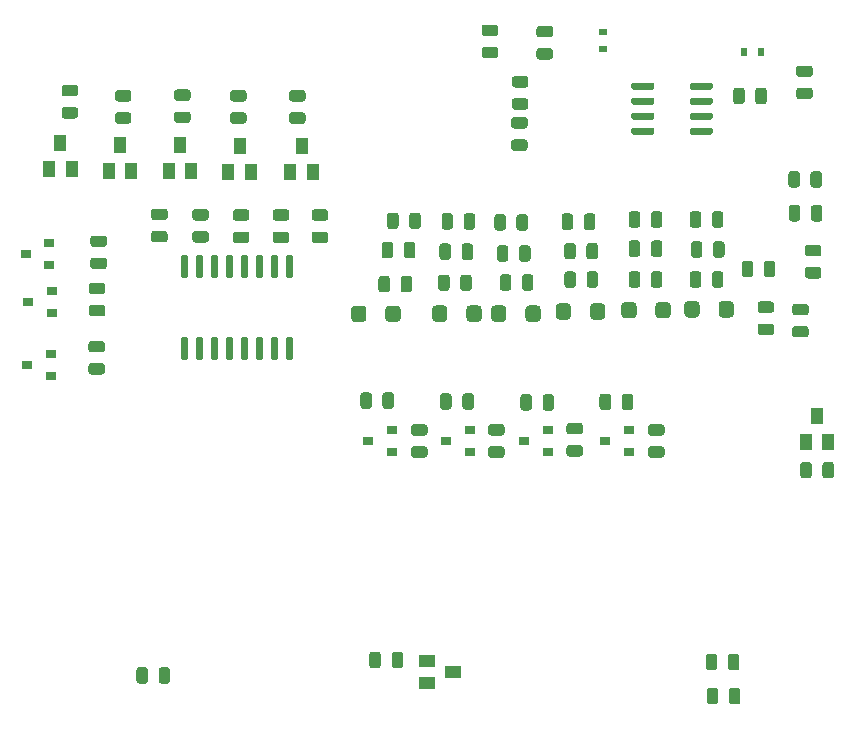
<source format=gbr>
G04 #@! TF.GenerationSoftware,KiCad,Pcbnew,(5.1.6-0-10_14)*
G04 #@! TF.CreationDate,2020-09-03T15:34:08-04:00*
G04 #@! TF.ProjectId,Pufferfish-Interface-2,50756666-6572-4666-9973-682d496e7465,rev?*
G04 #@! TF.SameCoordinates,Original*
G04 #@! TF.FileFunction,Paste,Top*
G04 #@! TF.FilePolarity,Positive*
%FSLAX46Y46*%
G04 Gerber Fmt 4.6, Leading zero omitted, Abs format (unit mm)*
G04 Created by KiCad (PCBNEW (5.1.6-0-10_14)) date 2020-09-03 15:34:08*
%MOMM*%
%LPD*%
G01*
G04 APERTURE LIST*
%ADD10R,1.000000X1.400000*%
%ADD11R,0.600000X0.700000*%
%ADD12R,0.700000X0.600000*%
%ADD13R,1.400000X1.000000*%
%ADD14R,0.900000X0.800000*%
G04 APERTURE END LIST*
G36*
G01*
X70925000Y-35793750D02*
X70925000Y-36706250D01*
G75*
G02*
X70681250Y-36950000I-243750J0D01*
G01*
X70193750Y-36950000D01*
G75*
G02*
X69950000Y-36706250I0J243750D01*
G01*
X69950000Y-35793750D01*
G75*
G02*
X70193750Y-35550000I243750J0D01*
G01*
X70681250Y-35550000D01*
G75*
G02*
X70925000Y-35793750I0J-243750D01*
G01*
G37*
G36*
G01*
X69050000Y-35793750D02*
X69050000Y-36706250D01*
G75*
G02*
X68806250Y-36950000I-243750J0D01*
G01*
X68318750Y-36950000D01*
G75*
G02*
X68075000Y-36706250I0J243750D01*
G01*
X68075000Y-35793750D01*
G75*
G02*
X68318750Y-35550000I243750J0D01*
G01*
X68806250Y-35550000D01*
G75*
G02*
X69050000Y-35793750I0J-243750D01*
G01*
G37*
D10*
X69500000Y-31650000D03*
X70450000Y-33850000D03*
X68550000Y-33850000D03*
G36*
G01*
X36900000Y-23375000D02*
X36900000Y-22625000D01*
G75*
G02*
X37225000Y-22300000I325000J0D01*
G01*
X37875000Y-22300000D01*
G75*
G02*
X38200000Y-22625000I0J-325000D01*
G01*
X38200000Y-23375000D01*
G75*
G02*
X37875000Y-23700000I-325000J0D01*
G01*
X37225000Y-23700000D01*
G75*
G02*
X36900000Y-23375000I0J325000D01*
G01*
G37*
G36*
G01*
X39800000Y-23375000D02*
X39800000Y-22625000D01*
G75*
G02*
X40125000Y-22300000I325000J0D01*
G01*
X40775000Y-22300000D01*
G75*
G02*
X41100000Y-22625000I0J-325000D01*
G01*
X41100000Y-23375000D01*
G75*
G02*
X40775000Y-23700000I-325000J0D01*
G01*
X40125000Y-23700000D01*
G75*
G02*
X39800000Y-23375000I0J325000D01*
G01*
G37*
G36*
G01*
X39280000Y-20846250D02*
X39280000Y-19933750D01*
G75*
G02*
X39523750Y-19690000I243750J0D01*
G01*
X40011250Y-19690000D01*
G75*
G02*
X40255000Y-19933750I0J-243750D01*
G01*
X40255000Y-20846250D01*
G75*
G02*
X40011250Y-21090000I-243750J0D01*
G01*
X39523750Y-21090000D01*
G75*
G02*
X39280000Y-20846250I0J243750D01*
G01*
G37*
G36*
G01*
X37405000Y-20846250D02*
X37405000Y-19933750D01*
G75*
G02*
X37648750Y-19690000I243750J0D01*
G01*
X38136250Y-19690000D01*
G75*
G02*
X38380000Y-19933750I0J-243750D01*
G01*
X38380000Y-20846250D01*
G75*
G02*
X38136250Y-21090000I-243750J0D01*
G01*
X37648750Y-21090000D01*
G75*
G02*
X37405000Y-20846250I0J243750D01*
G01*
G37*
G36*
G01*
X38500000Y-17303750D02*
X38500000Y-18216250D01*
G75*
G02*
X38256250Y-18460000I-243750J0D01*
G01*
X37768750Y-18460000D01*
G75*
G02*
X37525000Y-18216250I0J243750D01*
G01*
X37525000Y-17303750D01*
G75*
G02*
X37768750Y-17060000I243750J0D01*
G01*
X38256250Y-17060000D01*
G75*
G02*
X38500000Y-17303750I0J-243750D01*
G01*
G37*
G36*
G01*
X40375000Y-17303750D02*
X40375000Y-18216250D01*
G75*
G02*
X40131250Y-18460000I-243750J0D01*
G01*
X39643750Y-18460000D01*
G75*
G02*
X39400000Y-18216250I0J243750D01*
G01*
X39400000Y-17303750D01*
G75*
G02*
X39643750Y-17060000I243750J0D01*
G01*
X40131250Y-17060000D01*
G75*
G02*
X40375000Y-17303750I0J-243750D01*
G01*
G37*
G36*
G01*
X39578700Y-15640370D02*
X39578700Y-14727870D01*
G75*
G02*
X39822450Y-14484120I243750J0D01*
G01*
X40309950Y-14484120D01*
G75*
G02*
X40553700Y-14727870I0J-243750D01*
G01*
X40553700Y-15640370D01*
G75*
G02*
X40309950Y-15884120I-243750J0D01*
G01*
X39822450Y-15884120D01*
G75*
G02*
X39578700Y-15640370I0J243750D01*
G01*
G37*
G36*
G01*
X37703700Y-15640370D02*
X37703700Y-14727870D01*
G75*
G02*
X37947450Y-14484120I243750J0D01*
G01*
X38434950Y-14484120D01*
G75*
G02*
X38678700Y-14727870I0J-243750D01*
G01*
X38678700Y-15640370D01*
G75*
G02*
X38434950Y-15884120I-243750J0D01*
G01*
X37947450Y-15884120D01*
G75*
G02*
X37703700Y-15640370I0J243750D01*
G01*
G37*
G36*
G01*
X16085960Y-20021780D02*
X15785960Y-20021780D01*
G75*
G02*
X15635960Y-19871780I0J150000D01*
G01*
X15635960Y-18196780D01*
G75*
G02*
X15785960Y-18046780I150000J0D01*
G01*
X16085960Y-18046780D01*
G75*
G02*
X16235960Y-18196780I0J-150000D01*
G01*
X16235960Y-19871780D01*
G75*
G02*
X16085960Y-20021780I-150000J0D01*
G01*
G37*
G36*
G01*
X17355960Y-20021780D02*
X17055960Y-20021780D01*
G75*
G02*
X16905960Y-19871780I0J150000D01*
G01*
X16905960Y-18196780D01*
G75*
G02*
X17055960Y-18046780I150000J0D01*
G01*
X17355960Y-18046780D01*
G75*
G02*
X17505960Y-18196780I0J-150000D01*
G01*
X17505960Y-19871780D01*
G75*
G02*
X17355960Y-20021780I-150000J0D01*
G01*
G37*
G36*
G01*
X18625960Y-20021780D02*
X18325960Y-20021780D01*
G75*
G02*
X18175960Y-19871780I0J150000D01*
G01*
X18175960Y-18196780D01*
G75*
G02*
X18325960Y-18046780I150000J0D01*
G01*
X18625960Y-18046780D01*
G75*
G02*
X18775960Y-18196780I0J-150000D01*
G01*
X18775960Y-19871780D01*
G75*
G02*
X18625960Y-20021780I-150000J0D01*
G01*
G37*
G36*
G01*
X19895960Y-20021780D02*
X19595960Y-20021780D01*
G75*
G02*
X19445960Y-19871780I0J150000D01*
G01*
X19445960Y-18196780D01*
G75*
G02*
X19595960Y-18046780I150000J0D01*
G01*
X19895960Y-18046780D01*
G75*
G02*
X20045960Y-18196780I0J-150000D01*
G01*
X20045960Y-19871780D01*
G75*
G02*
X19895960Y-20021780I-150000J0D01*
G01*
G37*
G36*
G01*
X21165960Y-20021780D02*
X20865960Y-20021780D01*
G75*
G02*
X20715960Y-19871780I0J150000D01*
G01*
X20715960Y-18196780D01*
G75*
G02*
X20865960Y-18046780I150000J0D01*
G01*
X21165960Y-18046780D01*
G75*
G02*
X21315960Y-18196780I0J-150000D01*
G01*
X21315960Y-19871780D01*
G75*
G02*
X21165960Y-20021780I-150000J0D01*
G01*
G37*
G36*
G01*
X22435960Y-20021780D02*
X22135960Y-20021780D01*
G75*
G02*
X21985960Y-19871780I0J150000D01*
G01*
X21985960Y-18196780D01*
G75*
G02*
X22135960Y-18046780I150000J0D01*
G01*
X22435960Y-18046780D01*
G75*
G02*
X22585960Y-18196780I0J-150000D01*
G01*
X22585960Y-19871780D01*
G75*
G02*
X22435960Y-20021780I-150000J0D01*
G01*
G37*
G36*
G01*
X23705960Y-20021780D02*
X23405960Y-20021780D01*
G75*
G02*
X23255960Y-19871780I0J150000D01*
G01*
X23255960Y-18196780D01*
G75*
G02*
X23405960Y-18046780I150000J0D01*
G01*
X23705960Y-18046780D01*
G75*
G02*
X23855960Y-18196780I0J-150000D01*
G01*
X23855960Y-19871780D01*
G75*
G02*
X23705960Y-20021780I-150000J0D01*
G01*
G37*
G36*
G01*
X24975960Y-20021780D02*
X24675960Y-20021780D01*
G75*
G02*
X24525960Y-19871780I0J150000D01*
G01*
X24525960Y-18196780D01*
G75*
G02*
X24675960Y-18046780I150000J0D01*
G01*
X24975960Y-18046780D01*
G75*
G02*
X25125960Y-18196780I0J-150000D01*
G01*
X25125960Y-19871780D01*
G75*
G02*
X24975960Y-20021780I-150000J0D01*
G01*
G37*
G36*
G01*
X24975960Y-26946780D02*
X24675960Y-26946780D01*
G75*
G02*
X24525960Y-26796780I0J150000D01*
G01*
X24525960Y-25121780D01*
G75*
G02*
X24675960Y-24971780I150000J0D01*
G01*
X24975960Y-24971780D01*
G75*
G02*
X25125960Y-25121780I0J-150000D01*
G01*
X25125960Y-26796780D01*
G75*
G02*
X24975960Y-26946780I-150000J0D01*
G01*
G37*
G36*
G01*
X23705960Y-26946780D02*
X23405960Y-26946780D01*
G75*
G02*
X23255960Y-26796780I0J150000D01*
G01*
X23255960Y-25121780D01*
G75*
G02*
X23405960Y-24971780I150000J0D01*
G01*
X23705960Y-24971780D01*
G75*
G02*
X23855960Y-25121780I0J-150000D01*
G01*
X23855960Y-26796780D01*
G75*
G02*
X23705960Y-26946780I-150000J0D01*
G01*
G37*
G36*
G01*
X22435960Y-26946780D02*
X22135960Y-26946780D01*
G75*
G02*
X21985960Y-26796780I0J150000D01*
G01*
X21985960Y-25121780D01*
G75*
G02*
X22135960Y-24971780I150000J0D01*
G01*
X22435960Y-24971780D01*
G75*
G02*
X22585960Y-25121780I0J-150000D01*
G01*
X22585960Y-26796780D01*
G75*
G02*
X22435960Y-26946780I-150000J0D01*
G01*
G37*
G36*
G01*
X21165960Y-26946780D02*
X20865960Y-26946780D01*
G75*
G02*
X20715960Y-26796780I0J150000D01*
G01*
X20715960Y-25121780D01*
G75*
G02*
X20865960Y-24971780I150000J0D01*
G01*
X21165960Y-24971780D01*
G75*
G02*
X21315960Y-25121780I0J-150000D01*
G01*
X21315960Y-26796780D01*
G75*
G02*
X21165960Y-26946780I-150000J0D01*
G01*
G37*
G36*
G01*
X19895960Y-26946780D02*
X19595960Y-26946780D01*
G75*
G02*
X19445960Y-26796780I0J150000D01*
G01*
X19445960Y-25121780D01*
G75*
G02*
X19595960Y-24971780I150000J0D01*
G01*
X19895960Y-24971780D01*
G75*
G02*
X20045960Y-25121780I0J-150000D01*
G01*
X20045960Y-26796780D01*
G75*
G02*
X19895960Y-26946780I-150000J0D01*
G01*
G37*
G36*
G01*
X18625960Y-26946780D02*
X18325960Y-26946780D01*
G75*
G02*
X18175960Y-26796780I0J150000D01*
G01*
X18175960Y-25121780D01*
G75*
G02*
X18325960Y-24971780I150000J0D01*
G01*
X18625960Y-24971780D01*
G75*
G02*
X18775960Y-25121780I0J-150000D01*
G01*
X18775960Y-26796780D01*
G75*
G02*
X18625960Y-26946780I-150000J0D01*
G01*
G37*
G36*
G01*
X17355960Y-26946780D02*
X17055960Y-26946780D01*
G75*
G02*
X16905960Y-26796780I0J150000D01*
G01*
X16905960Y-25121780D01*
G75*
G02*
X17055960Y-24971780I150000J0D01*
G01*
X17355960Y-24971780D01*
G75*
G02*
X17505960Y-25121780I0J-150000D01*
G01*
X17505960Y-26796780D01*
G75*
G02*
X17355960Y-26946780I-150000J0D01*
G01*
G37*
G36*
G01*
X16085960Y-26946780D02*
X15785960Y-26946780D01*
G75*
G02*
X15635960Y-26796780I0J150000D01*
G01*
X15635960Y-25121780D01*
G75*
G02*
X15785960Y-24971780I150000J0D01*
G01*
X16085960Y-24971780D01*
G75*
G02*
X16235960Y-25121780I0J-150000D01*
G01*
X16235960Y-26796780D01*
G75*
G02*
X16085960Y-26946780I-150000J0D01*
G01*
G37*
G36*
G01*
X33610000Y-17173750D02*
X33610000Y-18086250D01*
G75*
G02*
X33366250Y-18330000I-243750J0D01*
G01*
X32878750Y-18330000D01*
G75*
G02*
X32635000Y-18086250I0J243750D01*
G01*
X32635000Y-17173750D01*
G75*
G02*
X32878750Y-16930000I243750J0D01*
G01*
X33366250Y-16930000D01*
G75*
G02*
X33610000Y-17173750I0J-243750D01*
G01*
G37*
G36*
G01*
X35485000Y-17173750D02*
X35485000Y-18086250D01*
G75*
G02*
X35241250Y-18330000I-243750J0D01*
G01*
X34753750Y-18330000D01*
G75*
G02*
X34510000Y-18086250I0J243750D01*
G01*
X34510000Y-17173750D01*
G75*
G02*
X34753750Y-16930000I243750J0D01*
G01*
X35241250Y-16930000D01*
G75*
G02*
X35485000Y-17173750I0J-243750D01*
G01*
G37*
G36*
G01*
X34957500Y-15596250D02*
X34957500Y-14683750D01*
G75*
G02*
X35201250Y-14440000I243750J0D01*
G01*
X35688750Y-14440000D01*
G75*
G02*
X35932500Y-14683750I0J-243750D01*
G01*
X35932500Y-15596250D01*
G75*
G02*
X35688750Y-15840000I-243750J0D01*
G01*
X35201250Y-15840000D01*
G75*
G02*
X34957500Y-15596250I0J243750D01*
G01*
G37*
G36*
G01*
X33082500Y-15596250D02*
X33082500Y-14683750D01*
G75*
G02*
X33326250Y-14440000I243750J0D01*
G01*
X33813750Y-14440000D01*
G75*
G02*
X34057500Y-14683750I0J-243750D01*
G01*
X34057500Y-15596250D01*
G75*
G02*
X33813750Y-15840000I-243750J0D01*
G01*
X33326250Y-15840000D01*
G75*
G02*
X33082500Y-15596250I0J243750D01*
G01*
G37*
G36*
G01*
X67623750Y-24040000D02*
X68536250Y-24040000D01*
G75*
G02*
X68780000Y-24283750I0J-243750D01*
G01*
X68780000Y-24771250D01*
G75*
G02*
X68536250Y-25015000I-243750J0D01*
G01*
X67623750Y-25015000D01*
G75*
G02*
X67380000Y-24771250I0J243750D01*
G01*
X67380000Y-24283750D01*
G75*
G02*
X67623750Y-24040000I243750J0D01*
G01*
G37*
G36*
G01*
X67623750Y-22165000D02*
X68536250Y-22165000D01*
G75*
G02*
X68780000Y-22408750I0J-243750D01*
G01*
X68780000Y-22896250D01*
G75*
G02*
X68536250Y-23140000I-243750J0D01*
G01*
X67623750Y-23140000D01*
G75*
G02*
X67380000Y-22896250I0J243750D01*
G01*
X67380000Y-22408750D01*
G75*
G02*
X67623750Y-22165000I243750J0D01*
G01*
G37*
G36*
G01*
X5774370Y-5504360D02*
X6686870Y-5504360D01*
G75*
G02*
X6930620Y-5748110I0J-243750D01*
G01*
X6930620Y-6235610D01*
G75*
G02*
X6686870Y-6479360I-243750J0D01*
G01*
X5774370Y-6479360D01*
G75*
G02*
X5530620Y-6235610I0J243750D01*
G01*
X5530620Y-5748110D01*
G75*
G02*
X5774370Y-5504360I243750J0D01*
G01*
G37*
G36*
G01*
X5774370Y-3629360D02*
X6686870Y-3629360D01*
G75*
G02*
X6930620Y-3873110I0J-243750D01*
G01*
X6930620Y-4360610D01*
G75*
G02*
X6686870Y-4604360I-243750J0D01*
G01*
X5774370Y-4604360D01*
G75*
G02*
X5530620Y-4360610I0J243750D01*
G01*
X5530620Y-3873110D01*
G75*
G02*
X5774370Y-3629360I243750J0D01*
G01*
G37*
G36*
G01*
X30040000Y-23395000D02*
X30040000Y-22645000D01*
G75*
G02*
X30365000Y-22320000I325000J0D01*
G01*
X31015000Y-22320000D01*
G75*
G02*
X31340000Y-22645000I0J-325000D01*
G01*
X31340000Y-23395000D01*
G75*
G02*
X31015000Y-23720000I-325000J0D01*
G01*
X30365000Y-23720000D01*
G75*
G02*
X30040000Y-23395000I0J325000D01*
G01*
G37*
G36*
G01*
X32940000Y-23395000D02*
X32940000Y-22645000D01*
G75*
G02*
X33265000Y-22320000I325000J0D01*
G01*
X33915000Y-22320000D01*
G75*
G02*
X34240000Y-22645000I0J-325000D01*
G01*
X34240000Y-23395000D01*
G75*
G02*
X33915000Y-23720000I-325000J0D01*
G01*
X33265000Y-23720000D01*
G75*
G02*
X32940000Y-23395000I0J325000D01*
G01*
G37*
G36*
G01*
X34235480Y-20957750D02*
X34235480Y-20045250D01*
G75*
G02*
X34479230Y-19801500I243750J0D01*
G01*
X34966730Y-19801500D01*
G75*
G02*
X35210480Y-20045250I0J-243750D01*
G01*
X35210480Y-20957750D01*
G75*
G02*
X34966730Y-21201500I-243750J0D01*
G01*
X34479230Y-21201500D01*
G75*
G02*
X34235480Y-20957750I0J243750D01*
G01*
G37*
G36*
G01*
X32360480Y-20957750D02*
X32360480Y-20045250D01*
G75*
G02*
X32604230Y-19801500I243750J0D01*
G01*
X33091730Y-19801500D01*
G75*
G02*
X33335480Y-20045250I0J-243750D01*
G01*
X33335480Y-20957750D01*
G75*
G02*
X33091730Y-21201500I-243750J0D01*
G01*
X32604230Y-21201500D01*
G75*
G02*
X32360480Y-20957750I0J243750D01*
G01*
G37*
G36*
G01*
X58720000Y-3885000D02*
X58720000Y-3585000D01*
G75*
G02*
X58870000Y-3435000I150000J0D01*
G01*
X60520000Y-3435000D01*
G75*
G02*
X60670000Y-3585000I0J-150000D01*
G01*
X60670000Y-3885000D01*
G75*
G02*
X60520000Y-4035000I-150000J0D01*
G01*
X58870000Y-4035000D01*
G75*
G02*
X58720000Y-3885000I0J150000D01*
G01*
G37*
G36*
G01*
X58720000Y-5155000D02*
X58720000Y-4855000D01*
G75*
G02*
X58870000Y-4705000I150000J0D01*
G01*
X60520000Y-4705000D01*
G75*
G02*
X60670000Y-4855000I0J-150000D01*
G01*
X60670000Y-5155000D01*
G75*
G02*
X60520000Y-5305000I-150000J0D01*
G01*
X58870000Y-5305000D01*
G75*
G02*
X58720000Y-5155000I0J150000D01*
G01*
G37*
G36*
G01*
X58720000Y-6425000D02*
X58720000Y-6125000D01*
G75*
G02*
X58870000Y-5975000I150000J0D01*
G01*
X60520000Y-5975000D01*
G75*
G02*
X60670000Y-6125000I0J-150000D01*
G01*
X60670000Y-6425000D01*
G75*
G02*
X60520000Y-6575000I-150000J0D01*
G01*
X58870000Y-6575000D01*
G75*
G02*
X58720000Y-6425000I0J150000D01*
G01*
G37*
G36*
G01*
X58720000Y-7695000D02*
X58720000Y-7395000D01*
G75*
G02*
X58870000Y-7245000I150000J0D01*
G01*
X60520000Y-7245000D01*
G75*
G02*
X60670000Y-7395000I0J-150000D01*
G01*
X60670000Y-7695000D01*
G75*
G02*
X60520000Y-7845000I-150000J0D01*
G01*
X58870000Y-7845000D01*
G75*
G02*
X58720000Y-7695000I0J150000D01*
G01*
G37*
G36*
G01*
X53770000Y-7695000D02*
X53770000Y-7395000D01*
G75*
G02*
X53920000Y-7245000I150000J0D01*
G01*
X55570000Y-7245000D01*
G75*
G02*
X55720000Y-7395000I0J-150000D01*
G01*
X55720000Y-7695000D01*
G75*
G02*
X55570000Y-7845000I-150000J0D01*
G01*
X53920000Y-7845000D01*
G75*
G02*
X53770000Y-7695000I0J150000D01*
G01*
G37*
G36*
G01*
X53770000Y-6425000D02*
X53770000Y-6125000D01*
G75*
G02*
X53920000Y-5975000I150000J0D01*
G01*
X55570000Y-5975000D01*
G75*
G02*
X55720000Y-6125000I0J-150000D01*
G01*
X55720000Y-6425000D01*
G75*
G02*
X55570000Y-6575000I-150000J0D01*
G01*
X53920000Y-6575000D01*
G75*
G02*
X53770000Y-6425000I0J150000D01*
G01*
G37*
G36*
G01*
X53770000Y-5155000D02*
X53770000Y-4855000D01*
G75*
G02*
X53920000Y-4705000I150000J0D01*
G01*
X55570000Y-4705000D01*
G75*
G02*
X55720000Y-4855000I0J-150000D01*
G01*
X55720000Y-5155000D01*
G75*
G02*
X55570000Y-5305000I-150000J0D01*
G01*
X53920000Y-5305000D01*
G75*
G02*
X53770000Y-5155000I0J150000D01*
G01*
G37*
G36*
G01*
X53770000Y-3885000D02*
X53770000Y-3585000D01*
G75*
G02*
X53920000Y-3435000I150000J0D01*
G01*
X55570000Y-3435000D01*
G75*
G02*
X55720000Y-3585000I0J-150000D01*
G01*
X55720000Y-3885000D01*
G75*
G02*
X55570000Y-4035000I-150000J0D01*
G01*
X53920000Y-4035000D01*
G75*
G02*
X53770000Y-3885000I0J150000D01*
G01*
G37*
G36*
G01*
X13742500Y-54086250D02*
X13742500Y-53173750D01*
G75*
G02*
X13986250Y-52930000I243750J0D01*
G01*
X14473750Y-52930000D01*
G75*
G02*
X14717500Y-53173750I0J-243750D01*
G01*
X14717500Y-54086250D01*
G75*
G02*
X14473750Y-54330000I-243750J0D01*
G01*
X13986250Y-54330000D01*
G75*
G02*
X13742500Y-54086250I0J243750D01*
G01*
G37*
G36*
G01*
X11867500Y-54086250D02*
X11867500Y-53173750D01*
G75*
G02*
X12111250Y-52930000I243750J0D01*
G01*
X12598750Y-52930000D01*
G75*
G02*
X12842500Y-53173750I0J-243750D01*
G01*
X12842500Y-54086250D01*
G75*
G02*
X12598750Y-54330000I-243750J0D01*
G01*
X12111250Y-54330000D01*
G75*
G02*
X11867500Y-54086250I0J243750D01*
G01*
G37*
G36*
G01*
X8215310Y-18260720D02*
X9127810Y-18260720D01*
G75*
G02*
X9371560Y-18504470I0J-243750D01*
G01*
X9371560Y-18991970D01*
G75*
G02*
X9127810Y-19235720I-243750J0D01*
G01*
X8215310Y-19235720D01*
G75*
G02*
X7971560Y-18991970I0J243750D01*
G01*
X7971560Y-18504470D01*
G75*
G02*
X8215310Y-18260720I243750J0D01*
G01*
G37*
G36*
G01*
X8215310Y-16385720D02*
X9127810Y-16385720D01*
G75*
G02*
X9371560Y-16629470I0J-243750D01*
G01*
X9371560Y-17116970D01*
G75*
G02*
X9127810Y-17360720I-243750J0D01*
G01*
X8215310Y-17360720D01*
G75*
G02*
X7971560Y-17116970I0J243750D01*
G01*
X7971560Y-16629470D01*
G75*
G02*
X8215310Y-16385720I243750J0D01*
G01*
G37*
G36*
G01*
X16838610Y-16020200D02*
X17751110Y-16020200D01*
G75*
G02*
X17994860Y-16263950I0J-243750D01*
G01*
X17994860Y-16751450D01*
G75*
G02*
X17751110Y-16995200I-243750J0D01*
G01*
X16838610Y-16995200D01*
G75*
G02*
X16594860Y-16751450I0J243750D01*
G01*
X16594860Y-16263950D01*
G75*
G02*
X16838610Y-16020200I243750J0D01*
G01*
G37*
G36*
G01*
X16838610Y-14145200D02*
X17751110Y-14145200D01*
G75*
G02*
X17994860Y-14388950I0J-243750D01*
G01*
X17994860Y-14876450D01*
G75*
G02*
X17751110Y-15120200I-243750J0D01*
G01*
X16838610Y-15120200D01*
G75*
G02*
X16594860Y-14876450I0J243750D01*
G01*
X16594860Y-14388950D01*
G75*
G02*
X16838610Y-14145200I243750J0D01*
G01*
G37*
G36*
G01*
X8083230Y-22258440D02*
X8995730Y-22258440D01*
G75*
G02*
X9239480Y-22502190I0J-243750D01*
G01*
X9239480Y-22989690D01*
G75*
G02*
X8995730Y-23233440I-243750J0D01*
G01*
X8083230Y-23233440D01*
G75*
G02*
X7839480Y-22989690I0J243750D01*
G01*
X7839480Y-22502190D01*
G75*
G02*
X8083230Y-22258440I243750J0D01*
G01*
G37*
G36*
G01*
X8083230Y-20383440D02*
X8995730Y-20383440D01*
G75*
G02*
X9239480Y-20627190I0J-243750D01*
G01*
X9239480Y-21114690D01*
G75*
G02*
X8995730Y-21358440I-243750J0D01*
G01*
X8083230Y-21358440D01*
G75*
G02*
X7839480Y-21114690I0J243750D01*
G01*
X7839480Y-20627190D01*
G75*
G02*
X8083230Y-20383440I243750J0D01*
G01*
G37*
G36*
G01*
X23648350Y-16045600D02*
X24560850Y-16045600D01*
G75*
G02*
X24804600Y-16289350I0J-243750D01*
G01*
X24804600Y-16776850D01*
G75*
G02*
X24560850Y-17020600I-243750J0D01*
G01*
X23648350Y-17020600D01*
G75*
G02*
X23404600Y-16776850I0J243750D01*
G01*
X23404600Y-16289350D01*
G75*
G02*
X23648350Y-16045600I243750J0D01*
G01*
G37*
G36*
G01*
X23648350Y-14170600D02*
X24560850Y-14170600D01*
G75*
G02*
X24804600Y-14414350I0J-243750D01*
G01*
X24804600Y-14901850D01*
G75*
G02*
X24560850Y-15145600I-243750J0D01*
G01*
X23648350Y-15145600D01*
G75*
G02*
X23404600Y-14901850I0J243750D01*
G01*
X23404600Y-14414350D01*
G75*
G02*
X23648350Y-14170600I243750J0D01*
G01*
G37*
G36*
G01*
X62027500Y-55836250D02*
X62027500Y-54923750D01*
G75*
G02*
X62271250Y-54680000I243750J0D01*
G01*
X62758750Y-54680000D01*
G75*
G02*
X63002500Y-54923750I0J-243750D01*
G01*
X63002500Y-55836250D01*
G75*
G02*
X62758750Y-56080000I-243750J0D01*
G01*
X62271250Y-56080000D01*
G75*
G02*
X62027500Y-55836250I0J243750D01*
G01*
G37*
G36*
G01*
X60152500Y-55836250D02*
X60152500Y-54923750D01*
G75*
G02*
X60396250Y-54680000I243750J0D01*
G01*
X60883750Y-54680000D01*
G75*
G02*
X61127500Y-54923750I0J-243750D01*
G01*
X61127500Y-55836250D01*
G75*
G02*
X60883750Y-56080000I-243750J0D01*
G01*
X60396250Y-56080000D01*
G75*
G02*
X60152500Y-55836250I0J243750D01*
G01*
G37*
G36*
G01*
X61047500Y-52043750D02*
X61047500Y-52956250D01*
G75*
G02*
X60803750Y-53200000I-243750J0D01*
G01*
X60316250Y-53200000D01*
G75*
G02*
X60072500Y-52956250I0J243750D01*
G01*
X60072500Y-52043750D01*
G75*
G02*
X60316250Y-51800000I243750J0D01*
G01*
X60803750Y-51800000D01*
G75*
G02*
X61047500Y-52043750I0J-243750D01*
G01*
G37*
G36*
G01*
X62922500Y-52043750D02*
X62922500Y-52956250D01*
G75*
G02*
X62678750Y-53200000I-243750J0D01*
G01*
X62191250Y-53200000D01*
G75*
G02*
X61947500Y-52956250I0J243750D01*
G01*
X61947500Y-52043750D01*
G75*
G02*
X62191250Y-51800000I243750J0D01*
G01*
X62678750Y-51800000D01*
G75*
G02*
X62922500Y-52043750I0J-243750D01*
G01*
G37*
G36*
G01*
X68703750Y-19050000D02*
X69616250Y-19050000D01*
G75*
G02*
X69860000Y-19293750I0J-243750D01*
G01*
X69860000Y-19781250D01*
G75*
G02*
X69616250Y-20025000I-243750J0D01*
G01*
X68703750Y-20025000D01*
G75*
G02*
X68460000Y-19781250I0J243750D01*
G01*
X68460000Y-19293750D01*
G75*
G02*
X68703750Y-19050000I243750J0D01*
G01*
G37*
G36*
G01*
X68703750Y-17175000D02*
X69616250Y-17175000D01*
G75*
G02*
X69860000Y-17418750I0J-243750D01*
G01*
X69860000Y-17906250D01*
G75*
G02*
X69616250Y-18150000I-243750J0D01*
G01*
X68703750Y-18150000D01*
G75*
G02*
X68460000Y-17906250I0J243750D01*
G01*
X68460000Y-17418750D01*
G75*
G02*
X68703750Y-17175000I243750J0D01*
G01*
G37*
G36*
G01*
X68932500Y-12096250D02*
X68932500Y-11183750D01*
G75*
G02*
X69176250Y-10940000I243750J0D01*
G01*
X69663750Y-10940000D01*
G75*
G02*
X69907500Y-11183750I0J-243750D01*
G01*
X69907500Y-12096250D01*
G75*
G02*
X69663750Y-12340000I-243750J0D01*
G01*
X69176250Y-12340000D01*
G75*
G02*
X68932500Y-12096250I0J243750D01*
G01*
G37*
G36*
G01*
X67057500Y-12096250D02*
X67057500Y-11183750D01*
G75*
G02*
X67301250Y-10940000I243750J0D01*
G01*
X67788750Y-10940000D01*
G75*
G02*
X68032500Y-11183750I0J-243750D01*
G01*
X68032500Y-12096250D01*
G75*
G02*
X67788750Y-12340000I-243750J0D01*
G01*
X67301250Y-12340000D01*
G75*
G02*
X67057500Y-12096250I0J243750D01*
G01*
G37*
G36*
G01*
X64100000Y-18763750D02*
X64100000Y-19676250D01*
G75*
G02*
X63856250Y-19920000I-243750J0D01*
G01*
X63368750Y-19920000D01*
G75*
G02*
X63125000Y-19676250I0J243750D01*
G01*
X63125000Y-18763750D01*
G75*
G02*
X63368750Y-18520000I243750J0D01*
G01*
X63856250Y-18520000D01*
G75*
G02*
X64100000Y-18763750I0J-243750D01*
G01*
G37*
G36*
G01*
X65975000Y-18763750D02*
X65975000Y-19676250D01*
G75*
G02*
X65731250Y-19920000I-243750J0D01*
G01*
X65243750Y-19920000D01*
G75*
G02*
X65000000Y-19676250I0J243750D01*
G01*
X65000000Y-18763750D01*
G75*
G02*
X65243750Y-18520000I243750J0D01*
G01*
X65731250Y-18520000D01*
G75*
G02*
X65975000Y-18763750I0J-243750D01*
G01*
G37*
G36*
G01*
X65616250Y-22940000D02*
X64703750Y-22940000D01*
G75*
G02*
X64460000Y-22696250I0J243750D01*
G01*
X64460000Y-22208750D01*
G75*
G02*
X64703750Y-21965000I243750J0D01*
G01*
X65616250Y-21965000D01*
G75*
G02*
X65860000Y-22208750I0J-243750D01*
G01*
X65860000Y-22696250D01*
G75*
G02*
X65616250Y-22940000I-243750J0D01*
G01*
G37*
G36*
G01*
X65616250Y-24815000D02*
X64703750Y-24815000D01*
G75*
G02*
X64460000Y-24571250I0J243750D01*
G01*
X64460000Y-24083750D01*
G75*
G02*
X64703750Y-23840000I243750J0D01*
G01*
X65616250Y-23840000D01*
G75*
G02*
X65860000Y-24083750I0J-243750D01*
G01*
X65860000Y-24571250D01*
G75*
G02*
X65616250Y-24815000I-243750J0D01*
G01*
G37*
G36*
G01*
X46896250Y390000D02*
X45983750Y390000D01*
G75*
G02*
X45740000Y633750I0J243750D01*
G01*
X45740000Y1121250D01*
G75*
G02*
X45983750Y1365000I243750J0D01*
G01*
X46896250Y1365000D01*
G75*
G02*
X47140000Y1121250I0J-243750D01*
G01*
X47140000Y633750D01*
G75*
G02*
X46896250Y390000I-243750J0D01*
G01*
G37*
G36*
G01*
X46896250Y-1485000D02*
X45983750Y-1485000D01*
G75*
G02*
X45740000Y-1241250I0J243750D01*
G01*
X45740000Y-753750D01*
G75*
G02*
X45983750Y-510000I243750J0D01*
G01*
X46896250Y-510000D01*
G75*
G02*
X47140000Y-753750I0J-243750D01*
G01*
X47140000Y-1241250D01*
G75*
G02*
X46896250Y-1485000I-243750J0D01*
G01*
G37*
G36*
G01*
X44807430Y-3860000D02*
X43894930Y-3860000D01*
G75*
G02*
X43651180Y-3616250I0J243750D01*
G01*
X43651180Y-3128750D01*
G75*
G02*
X43894930Y-2885000I243750J0D01*
G01*
X44807430Y-2885000D01*
G75*
G02*
X45051180Y-3128750I0J-243750D01*
G01*
X45051180Y-3616250D01*
G75*
G02*
X44807430Y-3860000I-243750J0D01*
G01*
G37*
G36*
G01*
X44807430Y-5735000D02*
X43894930Y-5735000D01*
G75*
G02*
X43651180Y-5491250I0J243750D01*
G01*
X43651180Y-5003750D01*
G75*
G02*
X43894930Y-4760000I243750J0D01*
G01*
X44807430Y-4760000D01*
G75*
G02*
X45051180Y-5003750I0J-243750D01*
G01*
X45051180Y-5491250D01*
G75*
G02*
X44807430Y-5735000I-243750J0D01*
G01*
G37*
G36*
G01*
X64260000Y-5026250D02*
X64260000Y-4113750D01*
G75*
G02*
X64503750Y-3870000I243750J0D01*
G01*
X64991250Y-3870000D01*
G75*
G02*
X65235000Y-4113750I0J-243750D01*
G01*
X65235000Y-5026250D01*
G75*
G02*
X64991250Y-5270000I-243750J0D01*
G01*
X64503750Y-5270000D01*
G75*
G02*
X64260000Y-5026250I0J243750D01*
G01*
G37*
G36*
G01*
X62385000Y-5026250D02*
X62385000Y-4113750D01*
G75*
G02*
X62628750Y-3870000I243750J0D01*
G01*
X63116250Y-3870000D01*
G75*
G02*
X63360000Y-4113750I0J-243750D01*
G01*
X63360000Y-5026250D01*
G75*
G02*
X63116250Y-5270000I-243750J0D01*
G01*
X62628750Y-5270000D01*
G75*
G02*
X62385000Y-5026250I0J243750D01*
G01*
G37*
G36*
G01*
X13348650Y-15992260D02*
X14261150Y-15992260D01*
G75*
G02*
X14504900Y-16236010I0J-243750D01*
G01*
X14504900Y-16723510D01*
G75*
G02*
X14261150Y-16967260I-243750J0D01*
G01*
X13348650Y-16967260D01*
G75*
G02*
X13104900Y-16723510I0J243750D01*
G01*
X13104900Y-16236010D01*
G75*
G02*
X13348650Y-15992260I243750J0D01*
G01*
G37*
G36*
G01*
X13348650Y-14117260D02*
X14261150Y-14117260D01*
G75*
G02*
X14504900Y-14361010I0J-243750D01*
G01*
X14504900Y-14848510D01*
G75*
G02*
X14261150Y-15092260I-243750J0D01*
G01*
X13348650Y-15092260D01*
G75*
G02*
X13104900Y-14848510I0J243750D01*
G01*
X13104900Y-14361010D01*
G75*
G02*
X13348650Y-14117260I243750J0D01*
G01*
G37*
G36*
G01*
X8045130Y-27183260D02*
X8957630Y-27183260D01*
G75*
G02*
X9201380Y-27427010I0J-243750D01*
G01*
X9201380Y-27914510D01*
G75*
G02*
X8957630Y-28158260I-243750J0D01*
G01*
X8045130Y-28158260D01*
G75*
G02*
X7801380Y-27914510I0J243750D01*
G01*
X7801380Y-27427010D01*
G75*
G02*
X8045130Y-27183260I243750J0D01*
G01*
G37*
G36*
G01*
X8045130Y-25308260D02*
X8957630Y-25308260D01*
G75*
G02*
X9201380Y-25552010I0J-243750D01*
G01*
X9201380Y-26039510D01*
G75*
G02*
X8957630Y-26283260I-243750J0D01*
G01*
X8045130Y-26283260D01*
G75*
G02*
X7801380Y-26039510I0J243750D01*
G01*
X7801380Y-25552010D01*
G75*
G02*
X8045130Y-25308260I243750J0D01*
G01*
G37*
G36*
G01*
X20270150Y-16045600D02*
X21182650Y-16045600D01*
G75*
G02*
X21426400Y-16289350I0J-243750D01*
G01*
X21426400Y-16776850D01*
G75*
G02*
X21182650Y-17020600I-243750J0D01*
G01*
X20270150Y-17020600D01*
G75*
G02*
X20026400Y-16776850I0J243750D01*
G01*
X20026400Y-16289350D01*
G75*
G02*
X20270150Y-16045600I243750J0D01*
G01*
G37*
G36*
G01*
X20270150Y-14170600D02*
X21182650Y-14170600D01*
G75*
G02*
X21426400Y-14414350I0J-243750D01*
G01*
X21426400Y-14901850D01*
G75*
G02*
X21182650Y-15145600I-243750J0D01*
G01*
X20270150Y-15145600D01*
G75*
G02*
X20026400Y-14901850I0J243750D01*
G01*
X20026400Y-14414350D01*
G75*
G02*
X20270150Y-14170600I243750J0D01*
G01*
G37*
G36*
G01*
X26942730Y-16045600D02*
X27855230Y-16045600D01*
G75*
G02*
X28098980Y-16289350I0J-243750D01*
G01*
X28098980Y-16776850D01*
G75*
G02*
X27855230Y-17020600I-243750J0D01*
G01*
X26942730Y-17020600D01*
G75*
G02*
X26698980Y-16776850I0J243750D01*
G01*
X26698980Y-16289350D01*
G75*
G02*
X26942730Y-16045600I243750J0D01*
G01*
G37*
G36*
G01*
X26942730Y-14170600D02*
X27855230Y-14170600D01*
G75*
G02*
X28098980Y-14414350I0J-243750D01*
G01*
X28098980Y-14901850D01*
G75*
G02*
X27855230Y-15145600I-243750J0D01*
G01*
X26942730Y-15145600D01*
G75*
G02*
X26698980Y-14901850I0J243750D01*
G01*
X26698980Y-14414350D01*
G75*
G02*
X26942730Y-14170600I243750J0D01*
G01*
G37*
X5420360Y-8524060D03*
X6370360Y-10724060D03*
X4470360Y-10724060D03*
X10492740Y-8694240D03*
X11442740Y-10894240D03*
X9542740Y-10894240D03*
X20594320Y-8808540D03*
X21544320Y-11008540D03*
X19644320Y-11008540D03*
X15562580Y-8734880D03*
X16512580Y-10934880D03*
X14612580Y-10934880D03*
X25859740Y-8831400D03*
X26809740Y-11031400D03*
X24909740Y-11031400D03*
D11*
X64720000Y-860000D03*
X63320000Y-860000D03*
D12*
X51350000Y810000D03*
X51350000Y-590000D03*
G36*
G01*
X67963750Y-3870000D02*
X68876250Y-3870000D01*
G75*
G02*
X69120000Y-4113750I0J-243750D01*
G01*
X69120000Y-4601250D01*
G75*
G02*
X68876250Y-4845000I-243750J0D01*
G01*
X67963750Y-4845000D01*
G75*
G02*
X67720000Y-4601250I0J243750D01*
G01*
X67720000Y-4113750D01*
G75*
G02*
X67963750Y-3870000I243750J0D01*
G01*
G37*
G36*
G01*
X67963750Y-1995000D02*
X68876250Y-1995000D01*
G75*
G02*
X69120000Y-2238750I0J-243750D01*
G01*
X69120000Y-2726250D01*
G75*
G02*
X68876250Y-2970000I-243750J0D01*
G01*
X67963750Y-2970000D01*
G75*
G02*
X67720000Y-2726250I0J243750D01*
G01*
X67720000Y-2238750D01*
G75*
G02*
X67963750Y-1995000I243750J0D01*
G01*
G37*
G36*
G01*
X68072500Y-14043750D02*
X68072500Y-14956250D01*
G75*
G02*
X67828750Y-15200000I-243750J0D01*
G01*
X67341250Y-15200000D01*
G75*
G02*
X67097500Y-14956250I0J243750D01*
G01*
X67097500Y-14043750D01*
G75*
G02*
X67341250Y-13800000I243750J0D01*
G01*
X67828750Y-13800000D01*
G75*
G02*
X68072500Y-14043750I0J-243750D01*
G01*
G37*
G36*
G01*
X69947500Y-14043750D02*
X69947500Y-14956250D01*
G75*
G02*
X69703750Y-15200000I-243750J0D01*
G01*
X69216250Y-15200000D01*
G75*
G02*
X68972500Y-14956250I0J243750D01*
G01*
X68972500Y-14043750D01*
G75*
G02*
X69216250Y-13800000I243750J0D01*
G01*
X69703750Y-13800000D01*
G75*
G02*
X69947500Y-14043750I0J-243750D01*
G01*
G37*
G36*
G01*
X42246250Y500000D02*
X41333750Y500000D01*
G75*
G02*
X41090000Y743750I0J243750D01*
G01*
X41090000Y1231250D01*
G75*
G02*
X41333750Y1475000I243750J0D01*
G01*
X42246250Y1475000D01*
G75*
G02*
X42490000Y1231250I0J-243750D01*
G01*
X42490000Y743750D01*
G75*
G02*
X42246250Y500000I-243750J0D01*
G01*
G37*
G36*
G01*
X42246250Y-1375000D02*
X41333750Y-1375000D01*
G75*
G02*
X41090000Y-1131250I0J243750D01*
G01*
X41090000Y-643750D01*
G75*
G02*
X41333750Y-400000I243750J0D01*
G01*
X42246250Y-400000D01*
G75*
G02*
X42490000Y-643750I0J-243750D01*
G01*
X42490000Y-1131250D01*
G75*
G02*
X42246250Y-1375000I-243750J0D01*
G01*
G37*
G36*
G01*
X43841590Y-8239800D02*
X44754090Y-8239800D01*
G75*
G02*
X44997840Y-8483550I0J-243750D01*
G01*
X44997840Y-8971050D01*
G75*
G02*
X44754090Y-9214800I-243750J0D01*
G01*
X43841590Y-9214800D01*
G75*
G02*
X43597840Y-8971050I0J243750D01*
G01*
X43597840Y-8483550D01*
G75*
G02*
X43841590Y-8239800I243750J0D01*
G01*
G37*
G36*
G01*
X43841590Y-6364800D02*
X44754090Y-6364800D01*
G75*
G02*
X44997840Y-6608550I0J-243750D01*
G01*
X44997840Y-7096050D01*
G75*
G02*
X44754090Y-7339800I-243750J0D01*
G01*
X43841590Y-7339800D01*
G75*
G02*
X43597840Y-7096050I0J243750D01*
G01*
X43597840Y-6608550D01*
G75*
G02*
X43841590Y-6364800I243750J0D01*
G01*
G37*
D13*
X38692000Y-53340000D03*
X36492000Y-54290000D03*
X36492000Y-52390000D03*
G36*
G01*
X43360000Y-17453750D02*
X43360000Y-18366250D01*
G75*
G02*
X43116250Y-18610000I-243750J0D01*
G01*
X42628750Y-18610000D01*
G75*
G02*
X42385000Y-18366250I0J243750D01*
G01*
X42385000Y-17453750D01*
G75*
G02*
X42628750Y-17210000I243750J0D01*
G01*
X43116250Y-17210000D01*
G75*
G02*
X43360000Y-17453750I0J-243750D01*
G01*
G37*
G36*
G01*
X45235000Y-17453750D02*
X45235000Y-18366250D01*
G75*
G02*
X44991250Y-18610000I-243750J0D01*
G01*
X44503750Y-18610000D01*
G75*
G02*
X44260000Y-18366250I0J243750D01*
G01*
X44260000Y-17453750D01*
G75*
G02*
X44503750Y-17210000I243750J0D01*
G01*
X44991250Y-17210000D01*
G75*
G02*
X45235000Y-17453750I0J-243750D01*
G01*
G37*
G36*
G01*
X49070000Y-17253750D02*
X49070000Y-18166250D01*
G75*
G02*
X48826250Y-18410000I-243750J0D01*
G01*
X48338750Y-18410000D01*
G75*
G02*
X48095000Y-18166250I0J243750D01*
G01*
X48095000Y-17253750D01*
G75*
G02*
X48338750Y-17010000I243750J0D01*
G01*
X48826250Y-17010000D01*
G75*
G02*
X49070000Y-17253750I0J-243750D01*
G01*
G37*
G36*
G01*
X50945000Y-17253750D02*
X50945000Y-18166250D01*
G75*
G02*
X50701250Y-18410000I-243750J0D01*
G01*
X50213750Y-18410000D01*
G75*
G02*
X49970000Y-18166250I0J243750D01*
G01*
X49970000Y-17253750D01*
G75*
G02*
X50213750Y-17010000I243750J0D01*
G01*
X50701250Y-17010000D01*
G75*
G02*
X50945000Y-17253750I0J-243750D01*
G01*
G37*
G36*
G01*
X54520680Y-17043750D02*
X54520680Y-17956250D01*
G75*
G02*
X54276930Y-18200000I-243750J0D01*
G01*
X53789430Y-18200000D01*
G75*
G02*
X53545680Y-17956250I0J243750D01*
G01*
X53545680Y-17043750D01*
G75*
G02*
X53789430Y-16800000I243750J0D01*
G01*
X54276930Y-16800000D01*
G75*
G02*
X54520680Y-17043750I0J-243750D01*
G01*
G37*
G36*
G01*
X56395680Y-17043750D02*
X56395680Y-17956250D01*
G75*
G02*
X56151930Y-18200000I-243750J0D01*
G01*
X55664430Y-18200000D01*
G75*
G02*
X55420680Y-17956250I0J243750D01*
G01*
X55420680Y-17043750D01*
G75*
G02*
X55664430Y-16800000I243750J0D01*
G01*
X56151930Y-16800000D01*
G75*
G02*
X56395680Y-17043750I0J-243750D01*
G01*
G37*
G36*
G01*
X59791420Y-17115470D02*
X59791420Y-18027970D01*
G75*
G02*
X59547670Y-18271720I-243750J0D01*
G01*
X59060170Y-18271720D01*
G75*
G02*
X58816420Y-18027970I0J243750D01*
G01*
X58816420Y-17115470D01*
G75*
G02*
X59060170Y-16871720I243750J0D01*
G01*
X59547670Y-16871720D01*
G75*
G02*
X59791420Y-17115470I0J-243750D01*
G01*
G37*
G36*
G01*
X61666420Y-17115470D02*
X61666420Y-18027970D01*
G75*
G02*
X61422670Y-18271720I-243750J0D01*
G01*
X60935170Y-18271720D01*
G75*
G02*
X60691420Y-18027970I0J243750D01*
G01*
X60691420Y-17115470D01*
G75*
G02*
X60935170Y-16871720I243750J0D01*
G01*
X61422670Y-16871720D01*
G75*
G02*
X61666420Y-17115470I0J-243750D01*
G01*
G37*
G36*
G01*
X44041240Y-15734350D02*
X44041240Y-14821850D01*
G75*
G02*
X44284990Y-14578100I243750J0D01*
G01*
X44772490Y-14578100D01*
G75*
G02*
X45016240Y-14821850I0J-243750D01*
G01*
X45016240Y-15734350D01*
G75*
G02*
X44772490Y-15978100I-243750J0D01*
G01*
X44284990Y-15978100D01*
G75*
G02*
X44041240Y-15734350I0J243750D01*
G01*
G37*
G36*
G01*
X42166240Y-15734350D02*
X42166240Y-14821850D01*
G75*
G02*
X42409990Y-14578100I243750J0D01*
G01*
X42897490Y-14578100D01*
G75*
G02*
X43141240Y-14821850I0J-243750D01*
G01*
X43141240Y-15734350D01*
G75*
G02*
X42897490Y-15978100I-243750J0D01*
G01*
X42409990Y-15978100D01*
G75*
G02*
X42166240Y-15734350I0J243750D01*
G01*
G37*
G36*
G01*
X49743780Y-15673390D02*
X49743780Y-14760890D01*
G75*
G02*
X49987530Y-14517140I243750J0D01*
G01*
X50475030Y-14517140D01*
G75*
G02*
X50718780Y-14760890I0J-243750D01*
G01*
X50718780Y-15673390D01*
G75*
G02*
X50475030Y-15917140I-243750J0D01*
G01*
X49987530Y-15917140D01*
G75*
G02*
X49743780Y-15673390I0J243750D01*
G01*
G37*
G36*
G01*
X47868780Y-15673390D02*
X47868780Y-14760890D01*
G75*
G02*
X48112530Y-14517140I243750J0D01*
G01*
X48600030Y-14517140D01*
G75*
G02*
X48843780Y-14760890I0J-243750D01*
G01*
X48843780Y-15673390D01*
G75*
G02*
X48600030Y-15917140I-243750J0D01*
G01*
X48112530Y-15917140D01*
G75*
G02*
X47868780Y-15673390I0J243750D01*
G01*
G37*
G36*
G01*
X55420680Y-15487970D02*
X55420680Y-14575470D01*
G75*
G02*
X55664430Y-14331720I243750J0D01*
G01*
X56151930Y-14331720D01*
G75*
G02*
X56395680Y-14575470I0J-243750D01*
G01*
X56395680Y-15487970D01*
G75*
G02*
X56151930Y-15731720I-243750J0D01*
G01*
X55664430Y-15731720D01*
G75*
G02*
X55420680Y-15487970I0J243750D01*
G01*
G37*
G36*
G01*
X53545680Y-15487970D02*
X53545680Y-14575470D01*
G75*
G02*
X53789430Y-14331720I243750J0D01*
G01*
X54276930Y-14331720D01*
G75*
G02*
X54520680Y-14575470I0J-243750D01*
G01*
X54520680Y-15487970D01*
G75*
G02*
X54276930Y-15731720I-243750J0D01*
G01*
X53789430Y-15731720D01*
G75*
G02*
X53545680Y-15487970I0J243750D01*
G01*
G37*
G36*
G01*
X60594420Y-15487970D02*
X60594420Y-14575470D01*
G75*
G02*
X60838170Y-14331720I243750J0D01*
G01*
X61325670Y-14331720D01*
G75*
G02*
X61569420Y-14575470I0J-243750D01*
G01*
X61569420Y-15487970D01*
G75*
G02*
X61325670Y-15731720I-243750J0D01*
G01*
X60838170Y-15731720D01*
G75*
G02*
X60594420Y-15487970I0J243750D01*
G01*
G37*
G36*
G01*
X58719420Y-15487970D02*
X58719420Y-14575470D01*
G75*
G02*
X58963170Y-14331720I243750J0D01*
G01*
X59450670Y-14331720D01*
G75*
G02*
X59694420Y-14575470I0J-243750D01*
G01*
X59694420Y-15487970D01*
G75*
G02*
X59450670Y-15731720I-243750J0D01*
G01*
X58963170Y-15731720D01*
G75*
G02*
X58719420Y-15487970I0J243750D01*
G01*
G37*
G36*
G01*
X10293750Y-5950000D02*
X11206250Y-5950000D01*
G75*
G02*
X11450000Y-6193750I0J-243750D01*
G01*
X11450000Y-6681250D01*
G75*
G02*
X11206250Y-6925000I-243750J0D01*
G01*
X10293750Y-6925000D01*
G75*
G02*
X10050000Y-6681250I0J243750D01*
G01*
X10050000Y-6193750D01*
G75*
G02*
X10293750Y-5950000I243750J0D01*
G01*
G37*
G36*
G01*
X10293750Y-4075000D02*
X11206250Y-4075000D01*
G75*
G02*
X11450000Y-4318750I0J-243750D01*
G01*
X11450000Y-4806250D01*
G75*
G02*
X11206250Y-5050000I-243750J0D01*
G01*
X10293750Y-5050000D01*
G75*
G02*
X10050000Y-4806250I0J243750D01*
G01*
X10050000Y-4318750D01*
G75*
G02*
X10293750Y-4075000I243750J0D01*
G01*
G37*
G36*
G01*
X15293750Y-5887500D02*
X16206250Y-5887500D01*
G75*
G02*
X16450000Y-6131250I0J-243750D01*
G01*
X16450000Y-6618750D01*
G75*
G02*
X16206250Y-6862500I-243750J0D01*
G01*
X15293750Y-6862500D01*
G75*
G02*
X15050000Y-6618750I0J243750D01*
G01*
X15050000Y-6131250D01*
G75*
G02*
X15293750Y-5887500I243750J0D01*
G01*
G37*
G36*
G01*
X15293750Y-4012500D02*
X16206250Y-4012500D01*
G75*
G02*
X16450000Y-4256250I0J-243750D01*
G01*
X16450000Y-4743750D01*
G75*
G02*
X16206250Y-4987500I-243750J0D01*
G01*
X15293750Y-4987500D01*
G75*
G02*
X15050000Y-4743750I0J243750D01*
G01*
X15050000Y-4256250D01*
G75*
G02*
X15293750Y-4012500I243750J0D01*
G01*
G37*
G36*
G01*
X20043750Y-5950000D02*
X20956250Y-5950000D01*
G75*
G02*
X21200000Y-6193750I0J-243750D01*
G01*
X21200000Y-6681250D01*
G75*
G02*
X20956250Y-6925000I-243750J0D01*
G01*
X20043750Y-6925000D01*
G75*
G02*
X19800000Y-6681250I0J243750D01*
G01*
X19800000Y-6193750D01*
G75*
G02*
X20043750Y-5950000I243750J0D01*
G01*
G37*
G36*
G01*
X20043750Y-4075000D02*
X20956250Y-4075000D01*
G75*
G02*
X21200000Y-4318750I0J-243750D01*
G01*
X21200000Y-4806250D01*
G75*
G02*
X20956250Y-5050000I-243750J0D01*
G01*
X20043750Y-5050000D01*
G75*
G02*
X19800000Y-4806250I0J243750D01*
G01*
X19800000Y-4318750D01*
G75*
G02*
X20043750Y-4075000I243750J0D01*
G01*
G37*
G36*
G01*
X25043750Y-5950000D02*
X25956250Y-5950000D01*
G75*
G02*
X26200000Y-6193750I0J-243750D01*
G01*
X26200000Y-6681250D01*
G75*
G02*
X25956250Y-6925000I-243750J0D01*
G01*
X25043750Y-6925000D01*
G75*
G02*
X24800000Y-6681250I0J243750D01*
G01*
X24800000Y-6193750D01*
G75*
G02*
X25043750Y-5950000I243750J0D01*
G01*
G37*
G36*
G01*
X25043750Y-4075000D02*
X25956250Y-4075000D01*
G75*
G02*
X26200000Y-4318750I0J-243750D01*
G01*
X26200000Y-4806250D01*
G75*
G02*
X25956250Y-5050000I-243750J0D01*
G01*
X25043750Y-5050000D01*
G75*
G02*
X24800000Y-4806250I0J243750D01*
G01*
X24800000Y-4318750D01*
G75*
G02*
X25043750Y-4075000I243750J0D01*
G01*
G37*
G36*
G01*
X32570000Y-51867750D02*
X32570000Y-52780250D01*
G75*
G02*
X32326250Y-53024000I-243750J0D01*
G01*
X31838750Y-53024000D01*
G75*
G02*
X31595000Y-52780250I0J243750D01*
G01*
X31595000Y-51867750D01*
G75*
G02*
X31838750Y-51624000I243750J0D01*
G01*
X32326250Y-51624000D01*
G75*
G02*
X32570000Y-51867750I0J-243750D01*
G01*
G37*
G36*
G01*
X34445000Y-51867750D02*
X34445000Y-52780250D01*
G75*
G02*
X34201250Y-53024000I-243750J0D01*
G01*
X33713750Y-53024000D01*
G75*
G02*
X33470000Y-52780250I0J243750D01*
G01*
X33470000Y-51867750D01*
G75*
G02*
X33713750Y-51624000I243750J0D01*
G01*
X34201250Y-51624000D01*
G75*
G02*
X34445000Y-51867750I0J-243750D01*
G01*
G37*
G36*
G01*
X52049020Y-30023750D02*
X52049020Y-30936250D01*
G75*
G02*
X51805270Y-31180000I-243750J0D01*
G01*
X51317770Y-31180000D01*
G75*
G02*
X51074020Y-30936250I0J243750D01*
G01*
X51074020Y-30023750D01*
G75*
G02*
X51317770Y-29780000I243750J0D01*
G01*
X51805270Y-29780000D01*
G75*
G02*
X52049020Y-30023750I0J-243750D01*
G01*
G37*
G36*
G01*
X53924020Y-30023750D02*
X53924020Y-30936250D01*
G75*
G02*
X53680270Y-31180000I-243750J0D01*
G01*
X53192770Y-31180000D01*
G75*
G02*
X52949020Y-30936250I0J243750D01*
G01*
X52949020Y-30023750D01*
G75*
G02*
X53192770Y-29780000I243750J0D01*
G01*
X53680270Y-29780000D01*
G75*
G02*
X53924020Y-30023750I0J-243750D01*
G01*
G37*
G36*
G01*
X45348500Y-30061850D02*
X45348500Y-30974350D01*
G75*
G02*
X45104750Y-31218100I-243750J0D01*
G01*
X44617250Y-31218100D01*
G75*
G02*
X44373500Y-30974350I0J243750D01*
G01*
X44373500Y-30061850D01*
G75*
G02*
X44617250Y-29818100I243750J0D01*
G01*
X45104750Y-29818100D01*
G75*
G02*
X45348500Y-30061850I0J-243750D01*
G01*
G37*
G36*
G01*
X47223500Y-30061850D02*
X47223500Y-30974350D01*
G75*
G02*
X46979750Y-31218100I-243750J0D01*
G01*
X46492250Y-31218100D01*
G75*
G02*
X46248500Y-30974350I0J243750D01*
G01*
X46248500Y-30061850D01*
G75*
G02*
X46492250Y-29818100I243750J0D01*
G01*
X46979750Y-29818100D01*
G75*
G02*
X47223500Y-30061850I0J-243750D01*
G01*
G37*
G36*
G01*
X38559320Y-29983110D02*
X38559320Y-30895610D01*
G75*
G02*
X38315570Y-31139360I-243750J0D01*
G01*
X37828070Y-31139360D01*
G75*
G02*
X37584320Y-30895610I0J243750D01*
G01*
X37584320Y-29983110D01*
G75*
G02*
X37828070Y-29739360I243750J0D01*
G01*
X38315570Y-29739360D01*
G75*
G02*
X38559320Y-29983110I0J-243750D01*
G01*
G37*
G36*
G01*
X40434320Y-29983110D02*
X40434320Y-30895610D01*
G75*
G02*
X40190570Y-31139360I-243750J0D01*
G01*
X39703070Y-31139360D01*
G75*
G02*
X39459320Y-30895610I0J243750D01*
G01*
X39459320Y-29983110D01*
G75*
G02*
X39703070Y-29739360I243750J0D01*
G01*
X40190570Y-29739360D01*
G75*
G02*
X40434320Y-29983110I0J-243750D01*
G01*
G37*
G36*
G01*
X31798080Y-29904370D02*
X31798080Y-30816870D01*
G75*
G02*
X31554330Y-31060620I-243750J0D01*
G01*
X31066830Y-31060620D01*
G75*
G02*
X30823080Y-30816870I0J243750D01*
G01*
X30823080Y-29904370D01*
G75*
G02*
X31066830Y-29660620I243750J0D01*
G01*
X31554330Y-29660620D01*
G75*
G02*
X31798080Y-29904370I0J-243750D01*
G01*
G37*
G36*
G01*
X33673080Y-29904370D02*
X33673080Y-30816870D01*
G75*
G02*
X33429330Y-31060620I-243750J0D01*
G01*
X32941830Y-31060620D01*
G75*
G02*
X32698080Y-30816870I0J243750D01*
G01*
X32698080Y-29904370D01*
G75*
G02*
X32941830Y-29660620I243750J0D01*
G01*
X33429330Y-29660620D01*
G75*
G02*
X33673080Y-29904370I0J-243750D01*
G01*
G37*
G36*
G01*
X56336250Y-33332000D02*
X55423750Y-33332000D01*
G75*
G02*
X55180000Y-33088250I0J243750D01*
G01*
X55180000Y-32600750D01*
G75*
G02*
X55423750Y-32357000I243750J0D01*
G01*
X56336250Y-32357000D01*
G75*
G02*
X56580000Y-32600750I0J-243750D01*
G01*
X56580000Y-33088250D01*
G75*
G02*
X56336250Y-33332000I-243750J0D01*
G01*
G37*
G36*
G01*
X56336250Y-35207000D02*
X55423750Y-35207000D01*
G75*
G02*
X55180000Y-34963250I0J243750D01*
G01*
X55180000Y-34475750D01*
G75*
G02*
X55423750Y-34232000I243750J0D01*
G01*
X56336250Y-34232000D01*
G75*
G02*
X56580000Y-34475750I0J-243750D01*
G01*
X56580000Y-34963250D01*
G75*
G02*
X56336250Y-35207000I-243750J0D01*
G01*
G37*
G36*
G01*
X49432530Y-33225320D02*
X48520030Y-33225320D01*
G75*
G02*
X48276280Y-32981570I0J243750D01*
G01*
X48276280Y-32494070D01*
G75*
G02*
X48520030Y-32250320I243750J0D01*
G01*
X49432530Y-32250320D01*
G75*
G02*
X49676280Y-32494070I0J-243750D01*
G01*
X49676280Y-32981570D01*
G75*
G02*
X49432530Y-33225320I-243750J0D01*
G01*
G37*
G36*
G01*
X49432530Y-35100320D02*
X48520030Y-35100320D01*
G75*
G02*
X48276280Y-34856570I0J243750D01*
G01*
X48276280Y-34369070D01*
G75*
G02*
X48520030Y-34125320I243750J0D01*
G01*
X49432530Y-34125320D01*
G75*
G02*
X49676280Y-34369070I0J-243750D01*
G01*
X49676280Y-34856570D01*
G75*
G02*
X49432530Y-35100320I-243750J0D01*
G01*
G37*
G36*
G01*
X42798050Y-33332000D02*
X41885550Y-33332000D01*
G75*
G02*
X41641800Y-33088250I0J243750D01*
G01*
X41641800Y-32600750D01*
G75*
G02*
X41885550Y-32357000I243750J0D01*
G01*
X42798050Y-32357000D01*
G75*
G02*
X43041800Y-32600750I0J-243750D01*
G01*
X43041800Y-33088250D01*
G75*
G02*
X42798050Y-33332000I-243750J0D01*
G01*
G37*
G36*
G01*
X42798050Y-35207000D02*
X41885550Y-35207000D01*
G75*
G02*
X41641800Y-34963250I0J243750D01*
G01*
X41641800Y-34475750D01*
G75*
G02*
X41885550Y-34232000I243750J0D01*
G01*
X42798050Y-34232000D01*
G75*
G02*
X43041800Y-34475750I0J-243750D01*
G01*
X43041800Y-34963250D01*
G75*
G02*
X42798050Y-35207000I-243750J0D01*
G01*
G37*
G36*
G01*
X36270250Y-33332000D02*
X35357750Y-33332000D01*
G75*
G02*
X35114000Y-33088250I0J243750D01*
G01*
X35114000Y-32600750D01*
G75*
G02*
X35357750Y-32357000I243750J0D01*
G01*
X36270250Y-32357000D01*
G75*
G02*
X36514000Y-32600750I0J-243750D01*
G01*
X36514000Y-33088250D01*
G75*
G02*
X36270250Y-33332000I-243750J0D01*
G01*
G37*
G36*
G01*
X36270250Y-35207000D02*
X35357750Y-35207000D01*
G75*
G02*
X35114000Y-34963250I0J243750D01*
G01*
X35114000Y-34475750D01*
G75*
G02*
X35357750Y-34232000I243750J0D01*
G01*
X36270250Y-34232000D01*
G75*
G02*
X36514000Y-34475750I0J-243750D01*
G01*
X36514000Y-34963250D01*
G75*
G02*
X36270250Y-35207000I-243750J0D01*
G01*
G37*
D14*
X2489960Y-17965420D03*
X4489960Y-17015420D03*
X4489960Y-18915420D03*
X2691380Y-22021760D03*
X4691380Y-21071760D03*
X4691380Y-22971760D03*
X2629660Y-27371040D03*
X4629660Y-26421040D03*
X4629660Y-28321040D03*
X51578000Y-33782000D03*
X53578000Y-32832000D03*
X53578000Y-34732000D03*
X44720000Y-33782000D03*
X46720000Y-32832000D03*
X46720000Y-34732000D03*
X38116000Y-33782000D03*
X40116000Y-32832000D03*
X40116000Y-34732000D03*
X31512000Y-33782000D03*
X33512000Y-32832000D03*
X33512000Y-34732000D03*
G36*
G01*
X41900000Y-23375000D02*
X41900000Y-22625000D01*
G75*
G02*
X42225000Y-22300000I325000J0D01*
G01*
X42875000Y-22300000D01*
G75*
G02*
X43200000Y-22625000I0J-325000D01*
G01*
X43200000Y-23375000D01*
G75*
G02*
X42875000Y-23700000I-325000J0D01*
G01*
X42225000Y-23700000D01*
G75*
G02*
X41900000Y-23375000I0J325000D01*
G01*
G37*
G36*
G01*
X44800000Y-23375000D02*
X44800000Y-22625000D01*
G75*
G02*
X45125000Y-22300000I325000J0D01*
G01*
X45775000Y-22300000D01*
G75*
G02*
X46100000Y-22625000I0J-325000D01*
G01*
X46100000Y-23375000D01*
G75*
G02*
X45775000Y-23700000I-325000J0D01*
G01*
X45125000Y-23700000D01*
G75*
G02*
X44800000Y-23375000I0J325000D01*
G01*
G37*
G36*
G01*
X47370000Y-23195000D02*
X47370000Y-22445000D01*
G75*
G02*
X47695000Y-22120000I325000J0D01*
G01*
X48345000Y-22120000D01*
G75*
G02*
X48670000Y-22445000I0J-325000D01*
G01*
X48670000Y-23195000D01*
G75*
G02*
X48345000Y-23520000I-325000J0D01*
G01*
X47695000Y-23520000D01*
G75*
G02*
X47370000Y-23195000I0J325000D01*
G01*
G37*
G36*
G01*
X50270000Y-23195000D02*
X50270000Y-22445000D01*
G75*
G02*
X50595000Y-22120000I325000J0D01*
G01*
X51245000Y-22120000D01*
G75*
G02*
X51570000Y-22445000I0J-325000D01*
G01*
X51570000Y-23195000D01*
G75*
G02*
X51245000Y-23520000I-325000J0D01*
G01*
X50595000Y-23520000D01*
G75*
G02*
X50270000Y-23195000I0J325000D01*
G01*
G37*
G36*
G01*
X52910980Y-23085140D02*
X52910980Y-22335140D01*
G75*
G02*
X53235980Y-22010140I325000J0D01*
G01*
X53885980Y-22010140D01*
G75*
G02*
X54210980Y-22335140I0J-325000D01*
G01*
X54210980Y-23085140D01*
G75*
G02*
X53885980Y-23410140I-325000J0D01*
G01*
X53235980Y-23410140D01*
G75*
G02*
X52910980Y-23085140I0J325000D01*
G01*
G37*
G36*
G01*
X55810980Y-23085140D02*
X55810980Y-22335140D01*
G75*
G02*
X56135980Y-22010140I325000J0D01*
G01*
X56785980Y-22010140D01*
G75*
G02*
X57110980Y-22335140I0J-325000D01*
G01*
X57110980Y-23085140D01*
G75*
G02*
X56785980Y-23410140I-325000J0D01*
G01*
X56135980Y-23410140D01*
G75*
G02*
X55810980Y-23085140I0J325000D01*
G01*
G37*
G36*
G01*
X58250740Y-23003860D02*
X58250740Y-22253860D01*
G75*
G02*
X58575740Y-21928860I325000J0D01*
G01*
X59225740Y-21928860D01*
G75*
G02*
X59550740Y-22253860I0J-325000D01*
G01*
X59550740Y-23003860D01*
G75*
G02*
X59225740Y-23328860I-325000J0D01*
G01*
X58575740Y-23328860D01*
G75*
G02*
X58250740Y-23003860I0J325000D01*
G01*
G37*
G36*
G01*
X61150740Y-23003860D02*
X61150740Y-22253860D01*
G75*
G02*
X61475740Y-21928860I325000J0D01*
G01*
X62125740Y-21928860D01*
G75*
G02*
X62450740Y-22253860I0J-325000D01*
G01*
X62450740Y-23003860D01*
G75*
G02*
X62125740Y-23328860I-325000J0D01*
G01*
X61475740Y-23328860D01*
G75*
G02*
X61150740Y-23003860I0J325000D01*
G01*
G37*
G36*
G01*
X44510000Y-20826250D02*
X44510000Y-19913750D01*
G75*
G02*
X44753750Y-19670000I243750J0D01*
G01*
X45241250Y-19670000D01*
G75*
G02*
X45485000Y-19913750I0J-243750D01*
G01*
X45485000Y-20826250D01*
G75*
G02*
X45241250Y-21070000I-243750J0D01*
G01*
X44753750Y-21070000D01*
G75*
G02*
X44510000Y-20826250I0J243750D01*
G01*
G37*
G36*
G01*
X42635000Y-20826250D02*
X42635000Y-19913750D01*
G75*
G02*
X42878750Y-19670000I243750J0D01*
G01*
X43366250Y-19670000D01*
G75*
G02*
X43610000Y-19913750I0J-243750D01*
G01*
X43610000Y-20826250D01*
G75*
G02*
X43366250Y-21070000I-243750J0D01*
G01*
X42878750Y-21070000D01*
G75*
G02*
X42635000Y-20826250I0J243750D01*
G01*
G37*
G36*
G01*
X49982500Y-20576250D02*
X49982500Y-19663750D01*
G75*
G02*
X50226250Y-19420000I243750J0D01*
G01*
X50713750Y-19420000D01*
G75*
G02*
X50957500Y-19663750I0J-243750D01*
G01*
X50957500Y-20576250D01*
G75*
G02*
X50713750Y-20820000I-243750J0D01*
G01*
X50226250Y-20820000D01*
G75*
G02*
X49982500Y-20576250I0J243750D01*
G01*
G37*
G36*
G01*
X48107500Y-20576250D02*
X48107500Y-19663750D01*
G75*
G02*
X48351250Y-19420000I243750J0D01*
G01*
X48838750Y-19420000D01*
G75*
G02*
X49082500Y-19663750I0J-243750D01*
G01*
X49082500Y-20576250D01*
G75*
G02*
X48838750Y-20820000I-243750J0D01*
G01*
X48351250Y-20820000D01*
G75*
G02*
X48107500Y-20576250I0J243750D01*
G01*
G37*
G36*
G01*
X55420680Y-20567970D02*
X55420680Y-19655470D01*
G75*
G02*
X55664430Y-19411720I243750J0D01*
G01*
X56151930Y-19411720D01*
G75*
G02*
X56395680Y-19655470I0J-243750D01*
G01*
X56395680Y-20567970D01*
G75*
G02*
X56151930Y-20811720I-243750J0D01*
G01*
X55664430Y-20811720D01*
G75*
G02*
X55420680Y-20567970I0J243750D01*
G01*
G37*
G36*
G01*
X53545680Y-20567970D02*
X53545680Y-19655470D01*
G75*
G02*
X53789430Y-19411720I243750J0D01*
G01*
X54276930Y-19411720D01*
G75*
G02*
X54520680Y-19655470I0J-243750D01*
G01*
X54520680Y-20567970D01*
G75*
G02*
X54276930Y-20811720I-243750J0D01*
G01*
X53789430Y-20811720D01*
G75*
G02*
X53545680Y-20567970I0J243750D01*
G01*
G37*
G36*
G01*
X60594420Y-20567970D02*
X60594420Y-19655470D01*
G75*
G02*
X60838170Y-19411720I243750J0D01*
G01*
X61325670Y-19411720D01*
G75*
G02*
X61569420Y-19655470I0J-243750D01*
G01*
X61569420Y-20567970D01*
G75*
G02*
X61325670Y-20811720I-243750J0D01*
G01*
X60838170Y-20811720D01*
G75*
G02*
X60594420Y-20567970I0J243750D01*
G01*
G37*
G36*
G01*
X58719420Y-20567970D02*
X58719420Y-19655470D01*
G75*
G02*
X58963170Y-19411720I243750J0D01*
G01*
X59450670Y-19411720D01*
G75*
G02*
X59694420Y-19655470I0J-243750D01*
G01*
X59694420Y-20567970D01*
G75*
G02*
X59450670Y-20811720I-243750J0D01*
G01*
X58963170Y-20811720D01*
G75*
G02*
X58719420Y-20567970I0J243750D01*
G01*
G37*
M02*

</source>
